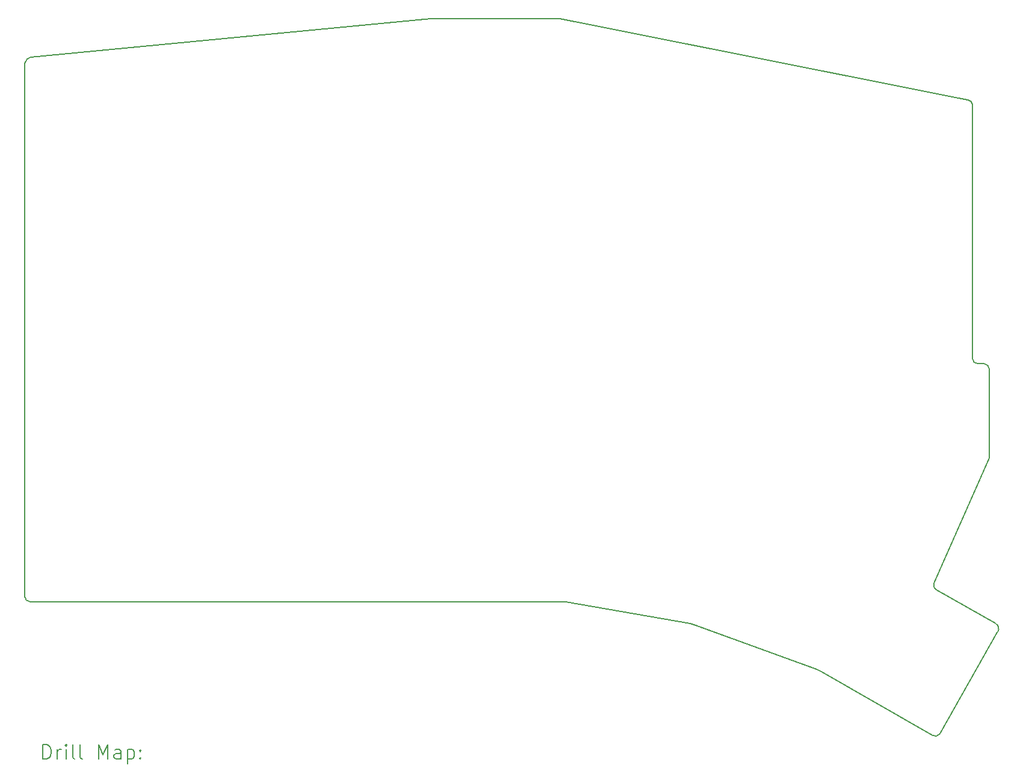
<source format=gbr>
%TF.GenerationSoftware,KiCad,Pcbnew,8.0.0*%
%TF.CreationDate,2024-03-14T17:27:22+09:00*%
%TF.ProjectId,Pinky3,50696e6b-7933-42e6-9b69-6361645f7063,0.3*%
%TF.SameCoordinates,Original*%
%TF.FileFunction,Drillmap*%
%TF.FilePolarity,Positive*%
%FSLAX45Y45*%
G04 Gerber Fmt 4.5, Leading zero omitted, Abs format (unit mm)*
G04 Created by KiCad (PCBNEW 8.0.0) date 2024-03-14 17:27:22*
%MOMM*%
%LPD*%
G01*
G04 APERTURE LIST*
%ADD10C,0.150000*%
%ADD11C,0.200000*%
G04 APERTURE END LIST*
D10*
X17590000Y-10280000D02*
G75*
G02*
X17670000Y-10360000I0J-80000D01*
G01*
X17501395Y-10279551D02*
G75*
G02*
X17431399Y-10209551I5J70001D01*
G01*
X17670000Y-10360000D02*
X17670000Y-11610000D01*
X4100000Y-13560000D02*
X4100000Y-6050000D01*
X13460000Y-13940000D02*
X13540000Y-13960000D01*
X17433201Y-6638736D02*
X17431395Y-10209551D01*
X13540000Y-13960000D02*
X15240000Y-14580000D01*
X11610000Y-13630000D02*
X11710000Y-13630000D01*
X11620000Y-5430000D02*
X17364032Y-6567720D01*
X16890000Y-13370000D02*
X17670000Y-11610000D01*
X17501395Y-10279551D02*
X17590000Y-10280000D01*
X17790000Y-14050000D02*
X16970000Y-15490000D01*
X16920000Y-13460000D02*
G75*
G02*
X16890000Y-13370000I30000J60000D01*
G01*
X15310000Y-14610000D02*
X16870000Y-15510000D01*
X16920000Y-13460000D02*
X17760000Y-13940000D01*
X4170000Y-13630000D02*
G75*
G02*
X4100000Y-13560000I0J70000D01*
G01*
X9810000Y-5430000D02*
X11620000Y-5430000D01*
X11610000Y-13630000D02*
X4170000Y-13630000D01*
X16970000Y-15490000D02*
G75*
G02*
X16870000Y-15510000I-60000J40000D01*
G01*
X4180000Y-5970000D02*
X9810000Y-5430000D01*
X15240000Y-14580000D02*
X15310000Y-14610000D01*
X11710000Y-13630000D02*
X13460000Y-13940000D01*
X17363270Y-6568745D02*
G75*
G02*
X17433203Y-6638736I-10070J-79995D01*
G01*
X17760000Y-13940000D02*
G75*
G02*
X17790000Y-14050000I-40000J-70000D01*
G01*
X4099415Y-6053186D02*
G75*
G02*
X4180000Y-5970000I100585J-16814D01*
G01*
D11*
X4352692Y-15841095D02*
X4352692Y-15641095D01*
X4352692Y-15641095D02*
X4400311Y-15641095D01*
X4400311Y-15641095D02*
X4428883Y-15650619D01*
X4428883Y-15650619D02*
X4447930Y-15669666D01*
X4447930Y-15669666D02*
X4457454Y-15688714D01*
X4457454Y-15688714D02*
X4466978Y-15726809D01*
X4466978Y-15726809D02*
X4466978Y-15755380D01*
X4466978Y-15755380D02*
X4457454Y-15793476D01*
X4457454Y-15793476D02*
X4447930Y-15812523D01*
X4447930Y-15812523D02*
X4428883Y-15831571D01*
X4428883Y-15831571D02*
X4400311Y-15841095D01*
X4400311Y-15841095D02*
X4352692Y-15841095D01*
X4552692Y-15841095D02*
X4552692Y-15707761D01*
X4552692Y-15745857D02*
X4562216Y-15726809D01*
X4562216Y-15726809D02*
X4571740Y-15717285D01*
X4571740Y-15717285D02*
X4590787Y-15707761D01*
X4590787Y-15707761D02*
X4609835Y-15707761D01*
X4676502Y-15841095D02*
X4676502Y-15707761D01*
X4676502Y-15641095D02*
X4666978Y-15650619D01*
X4666978Y-15650619D02*
X4676502Y-15660142D01*
X4676502Y-15660142D02*
X4686025Y-15650619D01*
X4686025Y-15650619D02*
X4676502Y-15641095D01*
X4676502Y-15641095D02*
X4676502Y-15660142D01*
X4800311Y-15841095D02*
X4781264Y-15831571D01*
X4781264Y-15831571D02*
X4771740Y-15812523D01*
X4771740Y-15812523D02*
X4771740Y-15641095D01*
X4905073Y-15841095D02*
X4886025Y-15831571D01*
X4886025Y-15831571D02*
X4876502Y-15812523D01*
X4876502Y-15812523D02*
X4876502Y-15641095D01*
X5133645Y-15841095D02*
X5133645Y-15641095D01*
X5133645Y-15641095D02*
X5200311Y-15783952D01*
X5200311Y-15783952D02*
X5266978Y-15641095D01*
X5266978Y-15641095D02*
X5266978Y-15841095D01*
X5447930Y-15841095D02*
X5447930Y-15736333D01*
X5447930Y-15736333D02*
X5438406Y-15717285D01*
X5438406Y-15717285D02*
X5419359Y-15707761D01*
X5419359Y-15707761D02*
X5381264Y-15707761D01*
X5381264Y-15707761D02*
X5362216Y-15717285D01*
X5447930Y-15831571D02*
X5428883Y-15841095D01*
X5428883Y-15841095D02*
X5381264Y-15841095D01*
X5381264Y-15841095D02*
X5362216Y-15831571D01*
X5362216Y-15831571D02*
X5352692Y-15812523D01*
X5352692Y-15812523D02*
X5352692Y-15793476D01*
X5352692Y-15793476D02*
X5362216Y-15774428D01*
X5362216Y-15774428D02*
X5381264Y-15764904D01*
X5381264Y-15764904D02*
X5428883Y-15764904D01*
X5428883Y-15764904D02*
X5447930Y-15755380D01*
X5543168Y-15707761D02*
X5543168Y-15907761D01*
X5543168Y-15717285D02*
X5562216Y-15707761D01*
X5562216Y-15707761D02*
X5600311Y-15707761D01*
X5600311Y-15707761D02*
X5619359Y-15717285D01*
X5619359Y-15717285D02*
X5628883Y-15726809D01*
X5628883Y-15726809D02*
X5638406Y-15745857D01*
X5638406Y-15745857D02*
X5638406Y-15802999D01*
X5638406Y-15802999D02*
X5628883Y-15822047D01*
X5628883Y-15822047D02*
X5619359Y-15831571D01*
X5619359Y-15831571D02*
X5600311Y-15841095D01*
X5600311Y-15841095D02*
X5562216Y-15841095D01*
X5562216Y-15841095D02*
X5543168Y-15831571D01*
X5724121Y-15822047D02*
X5733644Y-15831571D01*
X5733644Y-15831571D02*
X5724121Y-15841095D01*
X5724121Y-15841095D02*
X5714597Y-15831571D01*
X5714597Y-15831571D02*
X5724121Y-15822047D01*
X5724121Y-15822047D02*
X5724121Y-15841095D01*
X5724121Y-15717285D02*
X5733644Y-15726809D01*
X5733644Y-15726809D02*
X5724121Y-15736333D01*
X5724121Y-15736333D02*
X5714597Y-15726809D01*
X5714597Y-15726809D02*
X5724121Y-15717285D01*
X5724121Y-15717285D02*
X5724121Y-15736333D01*
M02*

</source>
